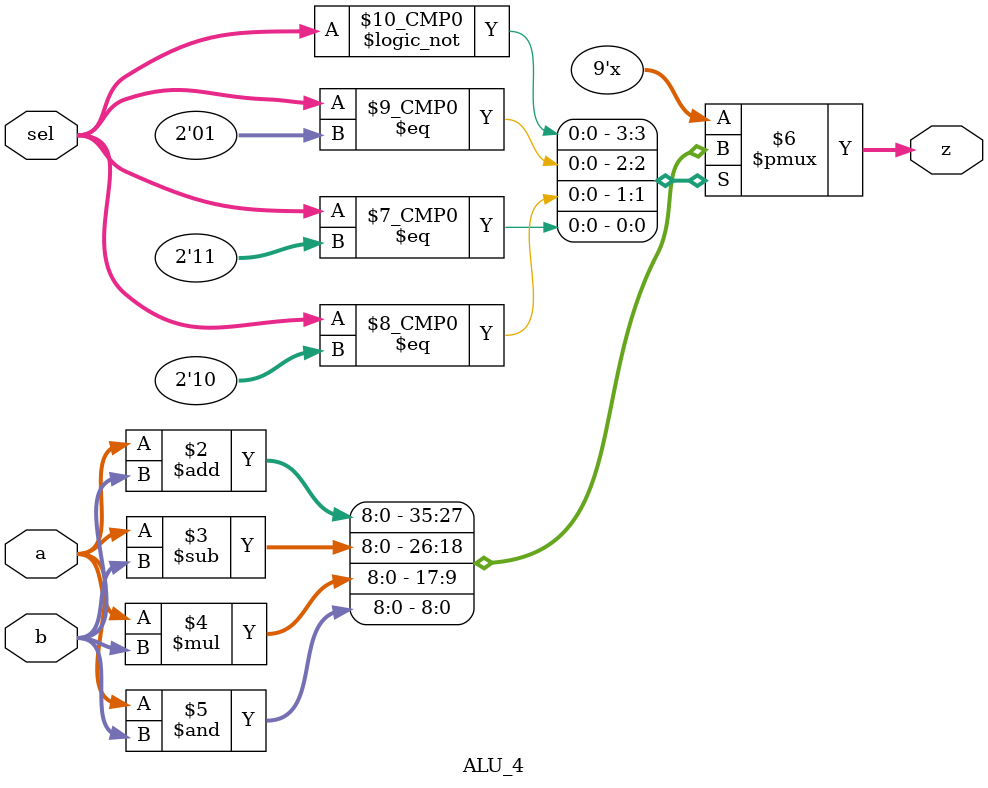
<source format=v>
`timescale 1ns / 100ps


 module ALU_4(z,a,b,sel);

				input [8:0]a,b;
				input [1:0]sel;
				output[8:0]z;

		reg [8:0]z;

		always @(sel,a,b)
			begin
				case(sel)
					2'b00: z = a+b;
					2'b01: z = a-b;
					2'b10: z = a*b;
					2'b11: z = a&b;
				endcase
			end
 endmodule

</source>
